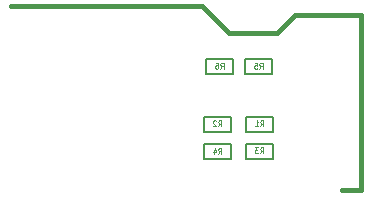
<source format=gbo>
G04 (created by PCBNEW-RS274X (2012-01-19 BZR 3256)-stable) date 12/05/2013 23:19:03*
G01*
G70*
G90*
%MOIN*%
G04 Gerber Fmt 3.4, Leading zero omitted, Abs format*
%FSLAX34Y34*%
G04 APERTURE LIST*
%ADD10C,0.006000*%
%ADD11C,0.015000*%
%ADD12C,0.005000*%
%ADD13C,0.004500*%
G04 APERTURE END LIST*
G54D10*
G54D11*
X52175Y-35175D02*
X52100Y-35175D01*
X52775Y-34575D02*
X52175Y-35175D01*
X54975Y-34575D02*
X52775Y-34575D01*
X54975Y-40425D02*
X54975Y-34575D01*
X54325Y-40425D02*
X54975Y-40425D01*
X50550Y-35175D02*
X52075Y-35175D01*
X49675Y-34300D02*
X50550Y-35175D01*
X43300Y-34300D02*
X49675Y-34300D01*
G54D12*
X52025Y-37975D02*
X51125Y-37975D01*
X51125Y-37975D02*
X51125Y-38475D01*
X51125Y-38475D02*
X52025Y-38475D01*
X52025Y-38475D02*
X52025Y-37975D01*
X50625Y-37975D02*
X49725Y-37975D01*
X49725Y-37975D02*
X49725Y-38475D01*
X49725Y-38475D02*
X50625Y-38475D01*
X50625Y-38475D02*
X50625Y-37975D01*
X52025Y-38875D02*
X51125Y-38875D01*
X51125Y-38875D02*
X51125Y-39375D01*
X51125Y-39375D02*
X52025Y-39375D01*
X52025Y-39375D02*
X52025Y-38875D01*
X50625Y-38900D02*
X49725Y-38900D01*
X49725Y-38900D02*
X49725Y-39400D01*
X49725Y-39400D02*
X50625Y-39400D01*
X50625Y-39400D02*
X50625Y-38900D01*
X52000Y-36050D02*
X51100Y-36050D01*
X51100Y-36050D02*
X51100Y-36550D01*
X51100Y-36550D02*
X52000Y-36550D01*
X52000Y-36550D02*
X52000Y-36050D01*
X50700Y-36050D02*
X49800Y-36050D01*
X49800Y-36050D02*
X49800Y-36550D01*
X49800Y-36550D02*
X50700Y-36550D01*
X50700Y-36550D02*
X50700Y-36050D01*
G54D13*
X51604Y-38306D02*
X51664Y-38211D01*
X51707Y-38306D02*
X51707Y-38106D01*
X51639Y-38106D01*
X51621Y-38115D01*
X51613Y-38125D01*
X51604Y-38144D01*
X51604Y-38173D01*
X51613Y-38192D01*
X51621Y-38201D01*
X51639Y-38211D01*
X51707Y-38211D01*
X51433Y-38306D02*
X51536Y-38306D01*
X51484Y-38306D02*
X51484Y-38106D01*
X51501Y-38135D01*
X51519Y-38154D01*
X51536Y-38163D01*
X50204Y-38306D02*
X50264Y-38211D01*
X50307Y-38306D02*
X50307Y-38106D01*
X50239Y-38106D01*
X50221Y-38115D01*
X50213Y-38125D01*
X50204Y-38144D01*
X50204Y-38173D01*
X50213Y-38192D01*
X50221Y-38201D01*
X50239Y-38211D01*
X50307Y-38211D01*
X50136Y-38125D02*
X50127Y-38115D01*
X50110Y-38106D01*
X50067Y-38106D01*
X50050Y-38115D01*
X50041Y-38125D01*
X50033Y-38144D01*
X50033Y-38163D01*
X50041Y-38192D01*
X50144Y-38306D01*
X50033Y-38306D01*
X51604Y-39206D02*
X51664Y-39111D01*
X51707Y-39206D02*
X51707Y-39006D01*
X51639Y-39006D01*
X51621Y-39015D01*
X51613Y-39025D01*
X51604Y-39044D01*
X51604Y-39073D01*
X51613Y-39092D01*
X51621Y-39101D01*
X51639Y-39111D01*
X51707Y-39111D01*
X51544Y-39006D02*
X51433Y-39006D01*
X51493Y-39082D01*
X51467Y-39082D01*
X51450Y-39092D01*
X51441Y-39101D01*
X51433Y-39120D01*
X51433Y-39168D01*
X51441Y-39187D01*
X51450Y-39196D01*
X51467Y-39206D01*
X51519Y-39206D01*
X51536Y-39196D01*
X51544Y-39187D01*
X50204Y-39231D02*
X50264Y-39136D01*
X50307Y-39231D02*
X50307Y-39031D01*
X50239Y-39031D01*
X50221Y-39040D01*
X50213Y-39050D01*
X50204Y-39069D01*
X50204Y-39098D01*
X50213Y-39117D01*
X50221Y-39126D01*
X50239Y-39136D01*
X50307Y-39136D01*
X50050Y-39098D02*
X50050Y-39231D01*
X50093Y-39021D02*
X50136Y-39164D01*
X50024Y-39164D01*
X51579Y-36381D02*
X51639Y-36286D01*
X51682Y-36381D02*
X51682Y-36181D01*
X51614Y-36181D01*
X51596Y-36190D01*
X51588Y-36200D01*
X51579Y-36219D01*
X51579Y-36248D01*
X51588Y-36267D01*
X51596Y-36276D01*
X51614Y-36286D01*
X51682Y-36286D01*
X51416Y-36181D02*
X51502Y-36181D01*
X51511Y-36276D01*
X51502Y-36267D01*
X51485Y-36257D01*
X51442Y-36257D01*
X51425Y-36267D01*
X51416Y-36276D01*
X51408Y-36295D01*
X51408Y-36343D01*
X51416Y-36362D01*
X51425Y-36371D01*
X51442Y-36381D01*
X51485Y-36381D01*
X51502Y-36371D01*
X51511Y-36362D01*
X50279Y-36381D02*
X50339Y-36286D01*
X50382Y-36381D02*
X50382Y-36181D01*
X50314Y-36181D01*
X50296Y-36190D01*
X50288Y-36200D01*
X50279Y-36219D01*
X50279Y-36248D01*
X50288Y-36267D01*
X50296Y-36276D01*
X50314Y-36286D01*
X50382Y-36286D01*
X50125Y-36181D02*
X50159Y-36181D01*
X50176Y-36190D01*
X50185Y-36200D01*
X50202Y-36229D01*
X50211Y-36267D01*
X50211Y-36343D01*
X50202Y-36362D01*
X50194Y-36371D01*
X50176Y-36381D01*
X50142Y-36381D01*
X50125Y-36371D01*
X50116Y-36362D01*
X50108Y-36343D01*
X50108Y-36295D01*
X50116Y-36276D01*
X50125Y-36267D01*
X50142Y-36257D01*
X50176Y-36257D01*
X50194Y-36267D01*
X50202Y-36276D01*
X50211Y-36295D01*
M02*

</source>
